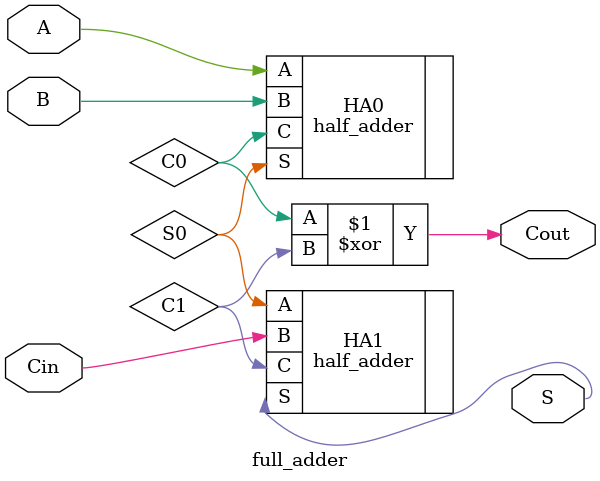
<source format=v>
`include "half_adder.v"
module full_adder(A, B, Cin, Cout, S);
    input A, B, Cin;
    output Cout, S;
    wire C0, S0, C1;
    half_adder HA0(.A(A), .B(B), .C(C0), .S(S0));
    half_adder HA1(.A(S0), .B(Cin), .C(C1), .S(S));
    assign Cout = C0 ^ C1;
endmodule
</source>
